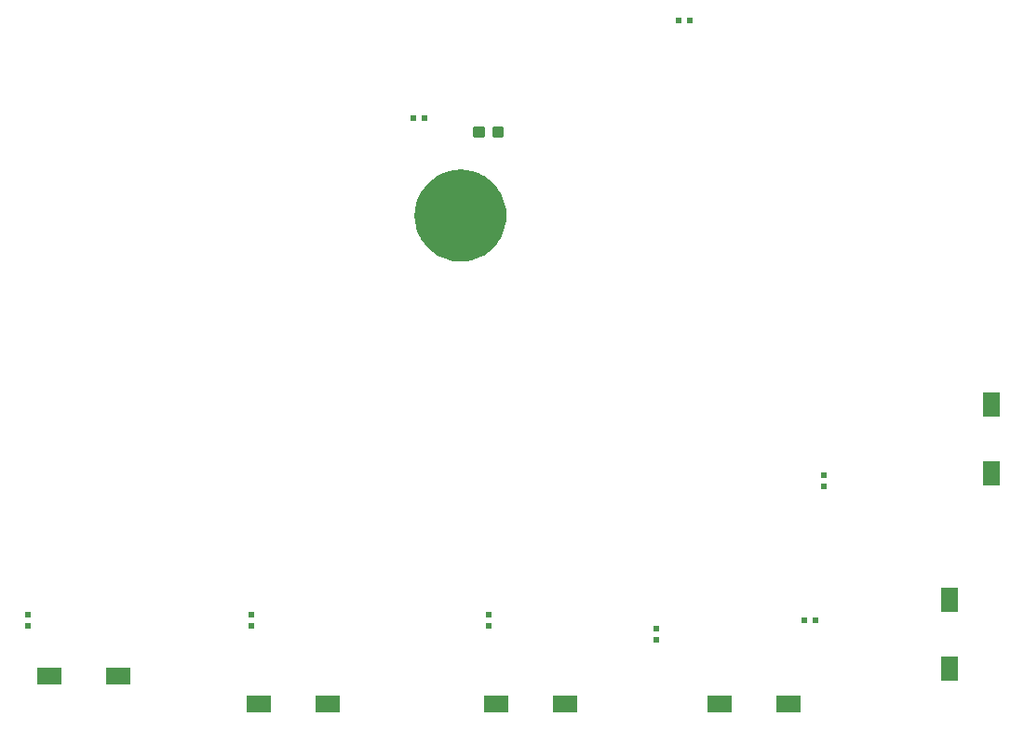
<source format=gbr>
G04 EAGLE Gerber RS-274X export*
G75*
%MOMM*%
%FSLAX34Y34*%
%LPD*%
%INSolderpaste Top*%
%IPPOS*%
%AMOC8*
5,1,8,0,0,1.08239X$1,22.5*%
G01*
%ADD10C,0.300000*%
%ADD11R,0.600000X0.600000*%
%ADD12R,2.300000X1.600000*%
%ADD13R,1.600000X2.300000*%

G36*
X462538Y453864D02*
X462538Y453864D01*
X462612Y453877D01*
X462768Y453894D01*
X467901Y454915D01*
X467973Y454938D01*
X468125Y454975D01*
X473080Y456658D01*
X473149Y456689D01*
X473295Y456747D01*
X477988Y459061D01*
X478052Y459101D01*
X478190Y459177D01*
X482541Y462085D01*
X482599Y462133D01*
X482725Y462226D01*
X486659Y465676D01*
X486710Y465732D01*
X486824Y465841D01*
X487456Y466561D01*
X487456Y466562D01*
X489014Y468339D01*
X489015Y468339D01*
X490274Y469775D01*
X490317Y469836D01*
X490416Y469959D01*
X493323Y474310D01*
X493358Y474377D01*
X493439Y474512D01*
X495754Y479205D01*
X495779Y479276D01*
X495842Y479420D01*
X497525Y484375D01*
X497541Y484448D01*
X497585Y484599D01*
X498606Y489732D01*
X498613Y489807D01*
X498636Y489962D01*
X498978Y495184D01*
X498975Y495259D01*
X498978Y495416D01*
X498636Y500638D01*
X498623Y500712D01*
X498606Y500868D01*
X497585Y506001D01*
X497563Y506073D01*
X497525Y506225D01*
X495843Y511181D01*
X495811Y511249D01*
X495754Y511395D01*
X493440Y516089D01*
X493399Y516152D01*
X493323Y516290D01*
X490416Y520641D01*
X490368Y520699D01*
X490275Y520826D01*
X486824Y524760D01*
X486769Y524811D01*
X486660Y524924D01*
X482726Y528375D01*
X482664Y528418D01*
X482541Y528516D01*
X478190Y531423D01*
X478124Y531458D01*
X477989Y531540D01*
X473295Y533854D01*
X473225Y533880D01*
X473081Y533943D01*
X468125Y535625D01*
X468052Y535642D01*
X467901Y535685D01*
X462768Y536706D01*
X462693Y536713D01*
X462538Y536736D01*
X457316Y537078D01*
X457241Y537075D01*
X457084Y537078D01*
X451862Y536736D01*
X451788Y536723D01*
X451632Y536706D01*
X446499Y535685D01*
X446427Y535662D01*
X446275Y535625D01*
X441320Y533942D01*
X441251Y533911D01*
X441105Y533854D01*
X436412Y531539D01*
X436348Y531499D01*
X436210Y531423D01*
X431859Y528516D01*
X431801Y528467D01*
X431675Y528374D01*
X427741Y524924D01*
X427690Y524868D01*
X427576Y524759D01*
X424126Y520825D01*
X424083Y520764D01*
X423985Y520641D01*
X421077Y516290D01*
X421042Y516223D01*
X420961Y516088D01*
X418647Y511395D01*
X418621Y511324D01*
X418558Y511180D01*
X416875Y506225D01*
X416859Y506152D01*
X416815Y506001D01*
X415794Y500868D01*
X415788Y500793D01*
X415764Y500638D01*
X415422Y495416D01*
X415425Y495341D01*
X415422Y495184D01*
X415764Y489962D01*
X415777Y489888D01*
X415794Y489732D01*
X416815Y484599D01*
X416838Y484527D01*
X416875Y484375D01*
X418558Y479420D01*
X418589Y479351D01*
X418647Y479205D01*
X420961Y474512D01*
X421001Y474448D01*
X421077Y474310D01*
X423985Y469959D01*
X424033Y469901D01*
X424126Y469775D01*
X427576Y465841D01*
X427632Y465790D01*
X427741Y465676D01*
X431675Y462226D01*
X431736Y462183D01*
X431859Y462085D01*
X436210Y459177D01*
X436277Y459142D01*
X436412Y459061D01*
X441105Y456747D01*
X441176Y456721D01*
X441320Y456658D01*
X446275Y454975D01*
X446348Y454959D01*
X446499Y454915D01*
X451632Y453894D01*
X451707Y453888D01*
X451862Y453864D01*
X457084Y453522D01*
X457159Y453525D01*
X457316Y453522D01*
X462538Y453864D01*
G37*
D10*
X487870Y568000D02*
X487870Y575000D01*
X494870Y575000D01*
X494870Y568000D01*
X487870Y568000D01*
X487870Y570850D02*
X494870Y570850D01*
X494870Y573700D02*
X487870Y573700D01*
X470330Y575000D02*
X470330Y568000D01*
X470330Y575000D02*
X477330Y575000D01*
X477330Y568000D01*
X470330Y568000D01*
X470330Y570850D02*
X477330Y570850D01*
X477330Y573700D02*
X470330Y573700D01*
D11*
X63500Y132000D03*
X63500Y122000D03*
X655400Y673100D03*
X665400Y673100D03*
X266700Y132000D03*
X266700Y122000D03*
X482600Y132000D03*
X482600Y122000D03*
X635000Y119300D03*
X635000Y109300D03*
X779700Y127000D03*
X769700Y127000D03*
X787400Y249000D03*
X787400Y259000D03*
X414100Y584200D03*
X424100Y584200D03*
D12*
X82800Y76200D03*
X145800Y76200D03*
X273300Y50800D03*
X336300Y50800D03*
X489200Y50800D03*
X552200Y50800D03*
X692400Y50800D03*
X755400Y50800D03*
D13*
X901700Y82800D03*
X901700Y145800D03*
X939800Y260600D03*
X939800Y323600D03*
M02*

</source>
